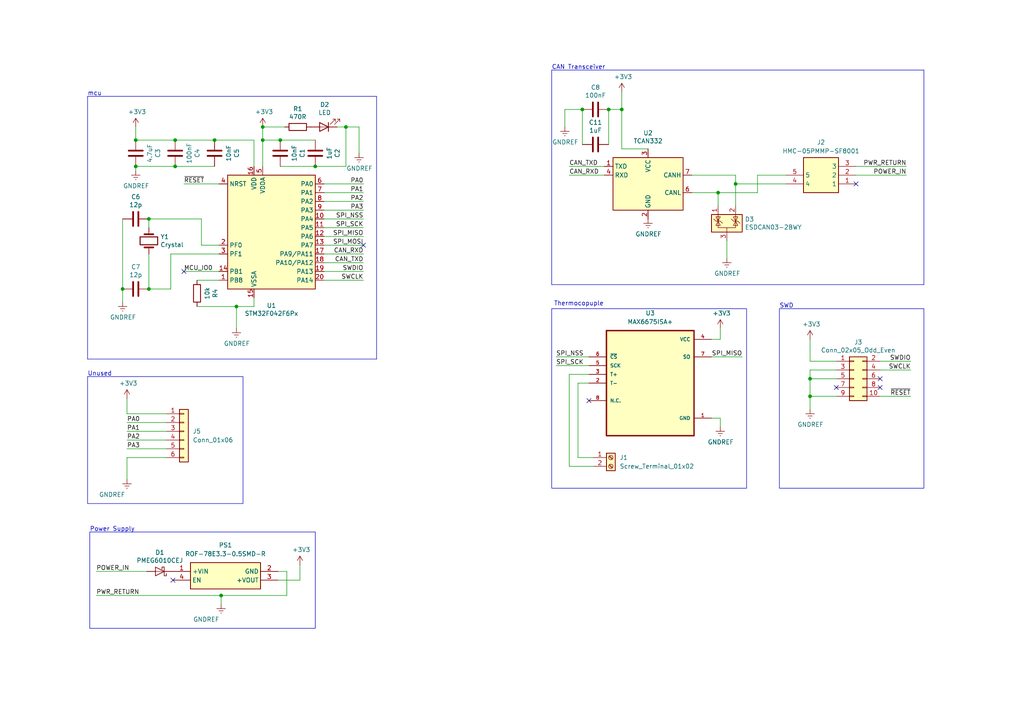
<source format=kicad_sch>
(kicad_sch (version 20230121) (generator eeschema)
  (paper "A4")
  (title_block (title "CAN Termocouple") (date "2023-07-01") (rev "-") (company "John Arild Lolland"))
  (lib_symbols
    (symbol "Connector:Screw_Terminal_01x02" (pin_names (offset 1.016) hide)
      (property "Reference" "J" (at 0 2.54 0))
      (property "Value" "Screw_Terminal_01x02" (at 0 -5.08 0))
      (symbol "Screw_Terminal_01x02_1_1"
        (rectangle (start -1.27 1.27) (end 1.27 -3.81) (stroke (width 0.254)) (fill (type background)))
        (circle (center 0 -2.54) (radius 0.635) (stroke (width 0.1524)))
        (polyline (pts (xy -0.5334 -2.2098) (xy 0.3302 -3.048)) (stroke (width 0.1524)))
        (polyline (pts (xy -0.5334 0.3302) (xy 0.3302 -0.508)) (stroke (width 0.1524)))
        (polyline (pts (xy -0.3556 -2.032) (xy 0.508 -2.8702)) (stroke (width 0.1524)))
        (polyline (pts (xy -0.3556 0.508) (xy 0.508 -0.3302)) (stroke (width 0.1524)))
        (circle (center 0 0) (radius 0.635) (stroke (width 0.1524)))
        (pin passive line (at -5.08 0 0) (length 3.81) (name "Pin_1") (number "1"))
        (pin passive line (at -5.08 -2.54 0) (length 3.81) (name "Pin_2") (number "2"))
      )
    )
    (symbol "Connector_Generic:Conn_01x06" (pin_names (offset 1.016) hide)
      (property "Reference" "J" (at 0 7.62 0))
      (property "Value" "Conn_01x06" (at 0 -10.16 0))
      (symbol "Conn_01x06_1_1"
        (rectangle (start -1.27 -7.493) (end 0 -7.747) (stroke (width 0.1524)))
        (rectangle (start -1.27 -4.953) (end 0 -5.207) (stroke (width 0.1524)))
        (rectangle (start -1.27 -2.413) (end 0 -2.667) (stroke (width 0.1524)))
        (rectangle (start -1.27 0.127) (end 0 -0.127) (stroke (width 0.1524)))
        (rectangle (start -1.27 2.667) (end 0 2.413) (stroke (width 0.1524)))
        (rectangle (start -1.27 5.207) (end 0 4.953) (stroke (width 0.1524)))
        (rectangle (start -1.27 6.35) (end 1.27 -8.89) (stroke (width 0.254)) (fill (type background)))
        (pin passive line (at -5.08 5.08 0) (length 3.81) (name "Pin_1") (number "1"))
        (pin passive line (at -5.08 2.54 0) (length 3.81) (name "Pin_2") (number "2"))
        (pin passive line (at -5.08 0 0) (length 3.81) (name "Pin_3") (number "3"))
        (pin passive line (at -5.08 -2.54 0) (length 3.81) (name "Pin_4") (number "4"))
        (pin passive line (at -5.08 -5.08 0) (length 3.81) (name "Pin_5") (number "5"))
        (pin passive line (at -5.08 -7.62 0) (length 3.81) (name "Pin_6") (number "6"))
      )
    )
    (symbol "Connector_Generic:Conn_02x05_Odd_Even" (pin_names (offset 1.016) hide)
      (property "Reference" "J" (at 1.27 7.62 0))
      (property "Value" "Conn_02x05_Odd_Even" (at 1.27 -7.62 0))
      (symbol "Conn_02x05_Odd_Even_1_1"
        (rectangle (start -1.27 -4.953) (end 0 -5.207) (stroke (width 0.1524)))
        (rectangle (start -1.27 -2.413) (end 0 -2.667) (stroke (width 0.1524)))
        (rectangle (start -1.27 0.127) (end 0 -0.127) (stroke (width 0.1524)))
        (rectangle (start -1.27 2.667) (end 0 2.413) (stroke (width 0.1524)))
        (rectangle (start -1.27 5.207) (end 0 4.953) (stroke (width 0.1524)))
        (rectangle (start -1.27 6.35) (end 3.81 -6.35) (stroke (width 0.254)) (fill (type background)))
        (rectangle (start 3.81 -4.953) (end 2.54 -5.207) (stroke (width 0.1524)))
        (rectangle (start 3.81 -2.413) (end 2.54 -2.667) (stroke (width 0.1524)))
        (rectangle (start 3.81 0.127) (end 2.54 -0.127) (stroke (width 0.1524)))
        (rectangle (start 3.81 2.667) (end 2.54 2.413) (stroke (width 0.1524)))
        (rectangle (start 3.81 5.207) (end 2.54 4.953) (stroke (width 0.1524)))
        (pin passive line (at -5.08 5.08 0) (length 3.81) (name "Pin_1") (number "1"))
        (pin passive line (at 7.62 -5.08 180) (length 3.81) (name "Pin_10") (number "10"))
        (pin passive line (at 7.62 5.08 180) (length 3.81) (name "Pin_2") (number "2"))
        (pin passive line (at -5.08 2.54 0) (length 3.81) (name "Pin_3") (number "3"))
        (pin passive line (at 7.62 2.54 180) (length 3.81) (name "Pin_4") (number "4"))
        (pin passive line (at -5.08 0 0) (length 3.81) (name "Pin_5") (number "5"))
        (pin passive line (at 7.62 0 180) (length 3.81) (name "Pin_6") (number "6"))
        (pin passive line (at -5.08 -2.54 0) (length 3.81) (name "Pin_7") (number "7"))
        (pin passive line (at 7.62 -2.54 180) (length 3.81) (name "Pin_8") (number "8"))
        (pin passive line (at -5.08 -5.08 0) (length 3.81) (name "Pin_9") (number "9"))
      )
    )
    (symbol "Device:C" (pin_numbers hide) (pin_names (offset 0.254))
      (property "Reference" "C" (at 0.635 2.54 0))
      (property "Value" "C" (at 0.635 -2.54 0))
      (symbol "C_0_1"
        (polyline (pts (xy -2.032 -0.762) (xy 2.032 -0.762)) (stroke (width 0.508)))
        (polyline (pts (xy -2.032 0.762) (xy 2.032 0.762)) (stroke (width 0.508)))
      )
      (symbol "C_1_1"
        (pin passive line (at 0 3.81 270) (length 2.794) (name "~") (number "1"))
        (pin passive line (at 0 -3.81 90) (length 2.794) (name "~") (number "2"))
      )
    )
    (symbol "Device:Crystal" (pin_numbers hide) (pin_names (offset 1.016) hide)
      (property "Reference" "Y" (at 0 3.81 0))
      (property "Value" "Crystal" (at 0 -3.81 0))
      (symbol "Crystal_0_1"
        (rectangle (start -1.143 2.54) (end 1.143 -2.54) (stroke (width 0.3048)))
        (polyline (pts (xy -2.54 0) (xy -1.905 0)))
        (polyline (pts (xy -1.905 -1.27) (xy -1.905 1.27)) (stroke (width 0.508)))
        (polyline (pts (xy 1.905 -1.27) (xy 1.905 1.27)) (stroke (width 0.508)))
        (polyline (pts (xy 2.54 0) (xy 1.905 0)))
      )
      (symbol "Crystal_1_1"
        (pin passive line (at -3.81 0 0) (length 1.27) (name "1") (number "1"))
        (pin passive line (at 3.81 0 180) (length 1.27) (name "2") (number "2"))
      )
    )
    (symbol "Device:LED" (pin_numbers hide) (pin_names (offset 1.016) hide)
      (property "Reference" "D" (at 0 2.54 0))
      (property "Value" "LED" (at 0 -2.54 0))
      (symbol "LED_0_1"
        (polyline (pts (xy -1.27 -1.27) (xy -1.27 1.27)) (stroke (width 0.254)))
        (polyline (pts (xy -1.27 0) (xy 1.27 0)))
        (polyline (pts (xy 1.27 -1.27) (xy 1.27 1.27) (xy -1.27 0) (xy 1.27 -1.27)) (stroke (width 0.254)))
        (polyline (pts (xy -3.048 -0.762) (xy -4.572 -2.286) (xy -3.81 -2.286) (xy -4.572 -2.286) (xy -4.572 -1.524)))
        (polyline (pts (xy -1.778 -0.762) (xy -3.302 -2.286) (xy -2.54 -2.286) (xy -3.302 -2.286) (xy -3.302 -1.524)))
      )
      (symbol "LED_1_1"
        (pin passive line (at -3.81 0 0) (length 2.54) (name "K") (number "1"))
        (pin passive line (at 3.81 0 180) (length 2.54) (name "A") (number "2"))
      )
    )
    (symbol "Device:R" (pin_numbers hide) (pin_names (offset 0))
      (property "Reference" "R" (at 2.032 0 90))
      (property "Value" "R" (at 0 0 90))
      (symbol "R_0_1"
        (rectangle (start -1.016 -2.54) (end 1.016 2.54) (stroke (width 0.254)))
      )
      (symbol "R_1_1"
        (pin passive line (at 0 3.81 270) (length 1.27) (name "~") (number "1"))
        (pin passive line (at 0 -3.81 90) (length 1.27) (name "~") (number "2"))
      )
    )
    (symbol "Diode:PMEG6010CEJ" (pin_numbers hide) (pin_names hide)
      (property "Reference" "D" (at 0 2.54 0))
      (property "Value" "PMEG6010CEJ" (at 0 -2.54 0))
      (symbol "PMEG6010CEJ_0_1"
        (polyline (pts (xy 1.27 0) (xy -1.27 0)))
        (polyline (pts (xy 1.27 1.27) (xy 1.27 -1.27) (xy -1.27 0) (xy 1.27 1.27)) (stroke (width 0.2032)))
        (polyline (pts (xy -1.905 0.635) (xy -1.905 1.27) (xy -1.27 1.27) (xy -1.27 -1.27) (xy -0.635 -1.27) (xy -0.635 -0.635)) (stroke (width 0.2032)))
      )
      (symbol "PMEG6010CEJ_1_1"
        (pin passive line (at -3.81 0 0) (length 2.54) (name "K") (number "1"))
        (pin passive line (at 3.81 0 180) (length 2.54) (name "A") (number "2"))
      )
    )
    (symbol "HMC-05PMMP-SF8001:HMC-05PMMP-SF8001"
      (property "Reference" "J" (at 16.51 7.62 0))
      (property "Value" "HMC-05PMMP-SF8001" (at 16.51 5.08 0))
      (symbol "HMC-05PMMP-SF8001_1_1"
        (rectangle (start 5.08 2.54) (end 15.24 -7.62) (stroke (width 0.254)) (fill (type background)))
        (pin passive line (at 0 0 0) (length 5.08) (name "1") (number "1"))
        (pin passive line (at 0 -2.54 0) (length 5.08) (name "2") (number "2"))
        (pin passive line (at 0 -5.08 0) (length 5.08) (name "3") (number "3"))
        (pin passive line (at 20.32 0 180) (length 5.08) (name "4") (number "4"))
        (pin passive line (at 20.32 -2.54 180) (length 5.08) (name "5") (number "5"))
      )
    )
    (symbol "Interface_CAN_LIN:TCAN332"
      (property "Reference" "U" (at -10.16 8.89 0))
      (property "Value" "TCAN332" (at 2.54 8.89 0))
      (symbol "TCAN332_0_1"
        (rectangle (start -10.16 7.62) (end 10.16 -7.62) (stroke (width 0.254)) (fill (type background)))
      )
      (symbol "TCAN332_1_1"
        (pin input line (at -12.7 5.08 0) (length 2.54) (name "TXD") (number "1"))
        (pin power_in line (at 0 -10.16 90) (length 2.54) (name "GND") (number "2"))
        (pin power_in line (at 0 10.16 270) (length 2.54) (name "VCC") (number "3"))
        (pin tri_state line (at -12.7 2.54 0) (length 2.54) (name "RXD") (number "4"))
        (pin no_connect line (at -10.16 -2.54 0) (length 2.54) hide (name "NC") (number "5"))
        (pin bidirectional line (at 12.7 -2.54 180) (length 2.54) (name "CANL") (number "6"))
        (pin bidirectional line (at 12.7 2.54 180) (length 2.54) (name "CANH") (number "7"))
        (pin no_connect line (at -10.16 -5.08 0) (length 2.54) hide (name "NC") (number "8"))
      )
    )
    (symbol "MAX6675ISA_:MAX6675ISA+" (pin_names (offset 1.016))
      (property "Reference" "U" (at -12.7 16.24 0))
      (property "Value" "MAX6675ISA+" (at -12.7 -19.24 0))
      (symbol "MAX6675ISA+_0_0"
        (rectangle (start -12.7 -15.24) (end 12.7 15.24) (stroke (width 0.41)) (fill (type background)))
        (pin power_in line (at 17.78 -10.16 180) (length 5.08) (name "GND") (number "1"))
        (pin input line (at -17.78 0 0) (length 5.08) (name "T-") (number "2"))
        (pin input line (at -17.78 2.54 0) (length 5.08) (name "T+") (number "3"))
        (pin power_in line (at 17.78 12.7 180) (length 5.08) (name "VCC") (number "4"))
        (pin input line (at -17.78 5.08 0) (length 5.08) (name "SCK") (number "5"))
        (pin input line (at -17.78 7.62 0) (length 5.08) (name "~{CS}") (number "6"))
        (pin output line (at 17.78 7.62 180) (length 5.08) (name "SO") (number "7"))
        (pin bidirectional line (at -17.78 -5.08 0) (length 5.08) (name "N.C.") (number "8"))
      )
    )
    (symbol "Power_Protection:NUP2105L" (pin_names hide)
      (property "Reference" "D" (at 5.715 2.54 0))
      (property "Value" "NUP2105L" (at 5.715 0.635 0))
      (symbol "NUP2105L_0_0"
        (pin passive line (at 0 -5.08 90) (length 2.54) (name "A") (number "3"))
      )
      (symbol "NUP2105L_0_1"
        (rectangle (start -4.445 2.54) (end 4.445 -2.54) (stroke (width 0.254)) (fill (type background)))
        (polyline (pts (xy -2.54 2.54) (xy -2.54 0.635)))
        (polyline (pts (xy 0 -1.27) (xy 0 -2.54)))
        (polyline (pts (xy 2.54 2.54) (xy 2.54 0.635)))
        (polyline (pts (xy -3.81 1.27) (xy -3.175 0.635) (xy -1.905 0.635) (xy -1.27 0)))
        (polyline (pts (xy -2.54 0.635) (xy -2.54 -1.27) (xy 2.54 -1.27) (xy 2.54 0.635)))
        (polyline (pts (xy -2.54 0.635) (xy -1.905 -0.635) (xy -3.175 -0.635) (xy -2.54 0.635)))
        (polyline (pts (xy 2.54 0.635) (xy 1.905 -0.635) (xy 3.175 -0.635) (xy 2.54 0.635)))
        (polyline (pts (xy 2.54 0.635) (xy 3.175 1.905) (xy 1.905 1.905) (xy 2.54 0.635)))
        (polyline (pts (xy -2.54 0.635) (xy -3.175 1.905) (xy -1.905 1.905) (xy -2.54 0.635) (xy -2.54 1.27)))
        (polyline (pts (xy 1.27 1.27) (xy 1.905 0.635) (xy 2.54 0.635) (xy 3.175 0.635) (xy 3.81 0)))
      )
      (symbol "NUP2105L_1_1"
        (pin passive line (at -2.54 5.08 270) (length 2.54) (name "K") (number "1"))
        (pin passive line (at 2.54 5.08 270) (length 2.54) (name "K") (number "2"))
      )
    )
    (symbol "ROF-78E3_3-0_5SMD-R:ROF-78E3.3-0.5SMD-R"
      (property "Reference" "PS1" (at 15.24 7.62 0))
      (property "Value" "ROF-78E3.3-0.5SMD-R" (at 15.24 5.08 0))
      (symbol "ROF-78E3.3-0.5SMD-R_1_1"
        (rectangle (start 5.08 2.54) (end 25.4 -5.08) (stroke (width 0.254)) (fill (type background)))
        (pin passive line (at 0 0 0) (length 5.08) (name "+VIN") (number "1"))
        (pin passive line (at 30.48 0 180) (length 5.08) (name "GND") (number "2"))
        (pin power_out line (at 30.48 -2.54 180) (length 5.08) (name "+VOUT") (number "3"))
        (pin passive line (at 0 -2.54 0) (length 5.08) (name "EN") (number "4"))
      )
    )
    (symbol "STM32CAN-rescue:+3.3V-power" (power) (pin_names (offset 0))
      (property "Value" "+3.3V-power" (at 0 3.556 0))
      (symbol "+3.3V-power_0_1"
        (polyline (pts (xy -0.762 1.27) (xy 0 2.54)))
        (polyline (pts (xy 0 0) (xy 0 2.54)))
        (polyline (pts (xy 0 2.54) (xy 0.762 1.27)))
      )
      (symbol "+3.3V-power_1_1"
        (pin power_in line (at 0 0 90) (length 0) hide (name "+3V3") (number "1"))
      )
    )
    (symbol "STM32CAN-rescue:STM32F042F6Px-MCU_ST_STM32F0"
      (property "Reference" "U" (at -12.7 16.51 0))
      (property "Value" "MCU_ST_STM32F0_STM32F042F6Px" (at 0 16.51 0))
      (symbol "STM32F042F6Px-MCU_ST_STM32F0_0_1"
        (rectangle (start -12.7 -17.78) (end 12.7 15.24) (stroke (width 0.254)) (fill (type background)))
      )
      (symbol "STM32F042F6Px-MCU_ST_STM32F0_1_1"
        (pin bidirectional line (at -15.24 -15.24 0) (length 2.54) (name "PB8") (number "1"))
        (pin bidirectional line (at 15.24 2.54 180) (length 2.54) (name "PA4") (number "10"))
        (pin bidirectional line (at 15.24 0 180) (length 2.54) (name "PA5") (number "11"))
        (pin bidirectional line (at 15.24 -2.54 180) (length 2.54) (name "PA6") (number "12"))
        (pin bidirectional line (at 15.24 -5.08 180) (length 2.54) (name "PA7") (number "13"))
        (pin bidirectional line (at -15.24 -12.7 0) (length 2.54) (name "PB1") (number "14"))
        (pin power_in line (at -5.08 -20.32 90) (length 2.54) (name "VSSA") (number "15"))
        (pin power_in line (at -5.08 17.78 270) (length 2.54) (name "VDD") (number "16"))
        (pin bidirectional line (at 15.24 -7.62 180) (length 2.54) (name "PA9/PA11") (number "17"))
        (pin bidirectional line (at 15.24 -10.16 180) (length 2.54) (name "PA10/PA12") (number "18"))
        (pin bidirectional line (at 15.24 -12.7 180) (length 2.54) (name "PA13") (number "19"))
        (pin input line (at -15.24 -5.08 0) (length 2.54) (name "PF0") (number "2"))
        (pin bidirectional line (at 15.24 -15.24 180) (length 2.54) (name "PA14") (number "20"))
        (pin input line (at -15.24 -7.62 0) (length 2.54) (name "PF1") (number "3"))
        (pin input line (at -15.24 12.7 0) (length 2.54) (name "NRST") (number "4"))
        (pin power_in line (at -2.54 17.78 270) (length 2.54) (name "VDDA") (number "5"))
        (pin bidirectional line (at 15.24 12.7 180) (length 2.54) (name "PA0") (number "6"))
        (pin bidirectional line (at 15.24 10.16 180) (length 2.54) (name "PA1") (number "7"))
        (pin bidirectional line (at 15.24 7.62 180) (length 2.54) (name "PA2") (number "8"))
        (pin bidirectional line (at 15.24 5.08 180) (length 2.54) (name "PA3") (number "9"))
      )
    )
    (symbol "power:GNDREF" (power) (pin_names (offset 0))
      (property "Value" "GNDREF" (at 0 -3.81 0))
      (symbol "GNDREF_0_1"
        (polyline (pts (xy -0.635 -1.905) (xy 0.635 -1.905)))
        (polyline (pts (xy -0.127 -2.54) (xy 0.127 -2.54)))
        (polyline (pts (xy 0 -1.27) (xy 0 0)))
        (polyline (pts (xy 1.27 -1.27) (xy -1.27 -1.27)))
      )
      (symbol "GNDREF_1_1"
        (pin power_in line (at 0 0 270) (length 0) hide (name "GNDREF") (number "1"))
      )
    )
  )
  (junction (at 43.18 83.82))
  (junction (at 81.28 40.64))
  (junction (at 35.56 83.82))
  (junction (at 100.33 36.83))
  (junction (at 234.95 109.855))
  (junction (at 76.2 36.83))
  (junction (at 50.8 48.26))
  (junction (at 39.37 48.26))
  (junction (at 39.37 40.64))
  (junction (at 43.18 63.5))
  (junction (at 234.95 114.935))
  (junction (at 50.8 40.64))
  (junction (at 168.91 31.75))
  (junction (at 208.28 55.88))
  (junction (at 213.36 53.34))
  (junction (at 76.2 40.64))
  (junction (at 68.58 88.9))
  (junction (at 180.34 31.75))
  (junction (at 64.135 172.72))
  (junction (at 62.23 40.64))
  (junction (at 176.53 31.75))
  (junction (at 91.44 48.26))
  (no_connect (at 50.165 168.275))
  (no_connect (at 242.57 112.395))
  (no_connect (at 170.815 116.205))
  (no_connect (at 255.27 112.395))
  (no_connect (at 53.34 78.74))
  (no_connect (at 248.285 53.34))
  (no_connect (at 255.27 109.855))
  (no_connect (at 105.41 71.12))
  (wire (pts (xy 93.98 81.28) (xy 105.41 81.28)))
  (wire (pts (xy 76.2 36.83) (xy 82.55 36.83)))
  (wire (pts (xy 234.95 109.855) (xy 242.57 109.855)))
  (wire (pts (xy 105.41 76.2) (xy 93.98 76.2)))
  (wire (pts (xy 234.95 118.745) (xy 234.95 114.935)))
  (wire (pts (xy 105.41 68.58) (xy 93.98 68.58)))
  (wire (pts (xy 36.83 115.57) (xy 36.83 120.015)))
  (wire (pts (xy 63.5 53.34) (xy 53.34 53.34)))
  (wire (pts (xy 172.085 132.715) (xy 167.64 132.715)))
  (wire (pts (xy 91.44 48.26) (xy 100.33 48.26)))
  (wire (pts (xy 105.41 58.42) (xy 93.98 58.42)))
  (wire (pts (xy 180.34 31.75) (xy 180.34 43.18)))
  (wire (pts (xy 255.27 104.775) (xy 264.16 104.775)))
  (wire (pts (xy 200.66 55.88) (xy 208.28 55.88)))
  (wire (pts (xy 39.37 48.26) (xy 50.8 48.26)))
  (wire (pts (xy 39.37 48.26) (xy 39.37 49.53)))
  (wire (pts (xy 234.95 104.775) (xy 242.57 104.775)))
  (polyline (pts (xy 109.22 27.94) (xy 109.22 104.14)))
  (wire (pts (xy 27.94 165.735) (xy 42.545 165.735)))
  (wire (pts (xy 43.18 66.04) (xy 43.18 63.5)))
  (wire (pts (xy 76.2 36.83) (xy 76.2 40.64)))
  (wire (pts (xy 58.42 63.5) (xy 43.18 63.5)))
  (wire (pts (xy 180.34 43.18) (xy 187.96 43.18)))
  (wire (pts (xy 168.91 31.75) (xy 163.83 31.75)))
  (wire (pts (xy 36.83 122.555) (xy 48.26 122.555)))
  (wire (pts (xy 161.29 106.045) (xy 170.815 106.045)))
  (wire (pts (xy 76.2 40.64) (xy 81.28 40.64)))
  (wire (pts (xy 36.83 127.635) (xy 48.26 127.635)))
  (wire (pts (xy 163.83 36.83) (xy 163.83 31.75)))
  (wire (pts (xy 255.27 107.315) (xy 264.16 107.315)))
  (wire (pts (xy 36.83 120.015) (xy 48.26 120.015)))
  (wire (pts (xy 43.18 73.66) (xy 43.18 83.82)))
  (wire (pts (xy 208.915 121.285) (xy 208.915 123.825)))
  (wire (pts (xy 83.185 165.735) (xy 83.185 172.72)))
  (wire (pts (xy 206.375 103.505) (xy 215.265 103.505)))
  (wire (pts (xy 27.94 172.72) (xy 64.135 172.72)))
  (wire (pts (xy 35.56 83.82) (xy 35.56 87.63)))
  (wire (pts (xy 167.64 111.125) (xy 170.815 111.125)))
  (wire (pts (xy 105.41 66.04) (xy 93.98 66.04)))
  (wire (pts (xy 64.135 172.72) (xy 83.185 172.72)))
  (polyline (pts (xy 109.22 104.14) (xy 25.4 104.14)))
  (wire (pts (xy 58.42 71.12) (xy 58.42 63.5)))
  (wire (pts (xy 208.28 59.69) (xy 208.28 55.88)))
  (wire (pts (xy 57.15 88.9) (xy 68.58 88.9)))
  (wire (pts (xy 80.645 165.735) (xy 83.185 165.735)))
  (wire (pts (xy 64.135 172.72) (xy 64.135 175.26)))
  (polyline (pts (xy 25.4 27.94) (xy 109.22 27.94)))
  (wire (pts (xy 227.965 50.8) (xy 219.71 50.8)))
  (wire (pts (xy 161.29 103.505) (xy 170.815 103.505)))
  (wire (pts (xy 49.53 73.66) (xy 63.5 73.66)))
  (wire (pts (xy 168.91 41.91) (xy 168.91 31.75)))
  (polyline (pts (xy 160.02 82.55) (xy 160.02 20.32)))
  (wire (pts (xy 208.915 98.425) (xy 208.915 95.25)))
  (wire (pts (xy 234.95 109.855) (xy 234.95 114.935)))
  (wire (pts (xy 43.18 83.82) (xy 49.53 83.82)))
  (wire (pts (xy 200.66 50.8) (xy 213.36 50.8)))
  (wire (pts (xy 80.645 168.275) (xy 86.995 168.275)))
  (wire (pts (xy 35.56 63.5) (xy 35.56 83.82)))
  (wire (pts (xy 105.41 60.96) (xy 93.98 60.96)))
  (wire (pts (xy 176.53 41.91) (xy 176.53 31.75)))
  (wire (pts (xy 219.71 50.8) (xy 219.71 55.88)))
  (wire (pts (xy 105.41 73.66) (xy 93.98 73.66)))
  (wire (pts (xy 63.5 71.12) (xy 58.42 71.12)))
  (polyline (pts (xy 267.97 82.55) (xy 160.02 82.55)))
  (wire (pts (xy 105.41 53.34) (xy 93.98 53.34)))
  (wire (pts (xy 255.27 114.935) (xy 264.16 114.935)))
  (wire (pts (xy 53.34 78.74) (xy 63.5 78.74)))
  (wire (pts (xy 180.34 26.67) (xy 180.34 31.75)))
  (wire (pts (xy 234.95 98.425) (xy 234.95 104.775)))
  (wire (pts (xy 36.83 132.715) (xy 48.26 132.715)))
  (wire (pts (xy 248.285 50.8) (xy 262.89 50.8)))
  (wire (pts (xy 242.57 107.315) (xy 234.95 107.315)))
  (wire (pts (xy 36.83 125.095) (xy 48.26 125.095)))
  (wire (pts (xy 213.36 59.69) (xy 213.36 53.34)))
  (wire (pts (xy 86.995 168.275) (xy 86.995 163.83)))
  (wire (pts (xy 234.95 107.315) (xy 234.95 109.855)))
  (wire (pts (xy 73.66 40.64) (xy 73.66 48.26)))
  (wire (pts (xy 176.53 31.75) (xy 180.34 31.75)))
  (wire (pts (xy 50.8 40.64) (xy 39.37 40.64)))
  (wire (pts (xy 50.8 48.26) (xy 62.23 48.26)))
  (wire (pts (xy 100.33 48.26) (xy 100.33 36.83)))
  (wire (pts (xy 97.79 36.83) (xy 100.33 36.83)))
  (wire (pts (xy 57.15 81.28) (xy 63.5 81.28)))
  (wire (pts (xy 104.14 36.83) (xy 104.14 44.45)))
  (wire (pts (xy 234.95 114.935) (xy 242.57 114.935)))
  (wire (pts (xy 165.1 48.26) (xy 175.26 48.26)))
  (wire (pts (xy 165.1 108.585) (xy 170.815 108.585)))
  (wire (pts (xy 76.2 48.26) (xy 76.2 40.64)))
  (wire (pts (xy 68.58 88.9) (xy 73.66 88.9)))
  (wire (pts (xy 165.1 135.255) (xy 165.1 108.585)))
  (wire (pts (xy 36.83 132.715) (xy 36.83 139.065)))
  (wire (pts (xy 93.98 63.5) (xy 105.41 63.5)))
  (wire (pts (xy 206.375 98.425) (xy 208.915 98.425)))
  (wire (pts (xy 167.64 132.715) (xy 167.64 111.125)))
  (wire (pts (xy 248.285 48.26) (xy 262.89 48.26)))
  (wire (pts (xy 213.36 53.34) (xy 213.36 50.8)))
  (wire (pts (xy 172.085 135.255) (xy 165.1 135.255)))
  (wire (pts (xy 73.66 88.9) (xy 73.66 86.36)))
  (wire (pts (xy 81.28 48.26) (xy 91.44 48.26)))
  (wire (pts (xy 105.41 71.12) (xy 93.98 71.12)))
  (wire (pts (xy 68.58 95.25) (xy 68.58 88.9)))
  (wire (pts (xy 93.98 78.74) (xy 105.41 78.74)))
  (wire (pts (xy 62.23 40.64) (xy 73.66 40.64)))
  (wire (pts (xy 165.1 50.8) (xy 175.26 50.8)))
  (wire (pts (xy 62.23 40.64) (xy 50.8 40.64)))
  (polyline (pts (xy 25.4 104.14) (xy 25.4 27.94)))
  (wire (pts (xy 213.36 53.34) (xy 227.965 53.34)))
  (wire (pts (xy 219.71 55.88) (xy 208.28 55.88)))
  (wire (pts (xy 36.83 130.175) (xy 48.26 130.175)))
  (wire (pts (xy 210.82 69.85) (xy 210.82 74.93)))
  (wire (pts (xy 105.41 55.88) (xy 93.98 55.88)))
  (wire (pts (xy 49.53 73.66) (xy 49.53 83.82)))
  (wire (pts (xy 39.37 40.64) (xy 39.37 36.83)))
  (polyline (pts (xy 160.02 20.32) (xy 267.97 20.32)))
  (polyline (pts (xy 267.97 20.32) (xy 267.97 82.55)))
  (wire (pts (xy 206.375 121.285) (xy 208.915 121.285)))
  (wire (pts (xy 81.28 40.64) (xy 91.44 40.64)))
  (wire (pts (xy 100.33 36.83) (xy 104.14 36.83)))
  (rectangle (start 226.06 89.535) (end 267.97 141.605))
  (rectangle (start 160.02 89.535) (end 216.535 141.605))
  (rectangle (start 25.4 109.22) (end 70.485 146.05))
  (rectangle (start 26.035 154.305) (end 91.44 182.245))
  (text "mcu" (at 25.4 27.94 0) (effects (font (size 1.27 1.27)) (justify left bottom)))
  (text "Unused" (at 25.4 109.22 0) (effects (font (size 1.27 1.27)) (justify left bottom)))
  (text "CAN Transceiver" (at 160.02 20.32 0) (effects (font (size 1.27 1.27)) (justify left bottom)))
  (text "SWD" (at 226.06 89.535 0) (effects (font (size 1.27 1.27)) (justify left bottom)))
  (text "Power Supply" (at 26.035 154.305 0) (effects (font (size 1.27 1.27)) (justify left bottom)))
  (text "Thermocopuple" (at 160.655 88.9 0) (effects (font (size 1.27 1.27)) (justify left bottom)))
  (label "PA2" (at 36.83 127.635 0))
  (label "POWER_IN" (at 27.94 165.735 0))
  (label "SWDIO" (at 105.41 78.74 180))
  (label "PA1" (at 105.41 55.88 180))
  (label "PA0" (at 105.41 53.34 180))
  (label "SPI_MISO" (at 105.41 68.58 180))
  (label "PA3" (at 105.41 60.96 180))
  (label "SPI_MISO" (at 215.265 103.505 180))
  (label "SPI_SCK" (at 161.29 106.045 0))
  (label "~{RESET}" (at 264.16 114.935 180))
  (label "PA3" (at 36.83 130.175 0))
  (label "SPI_NSS" (at 105.41 63.5 180))
  (label "MCU_IO0" (at 53.34 78.74 0))
  (label "SPI_MOSI" (at 105.41 71.12 180))
  (label "PA0" (at 36.83 122.555 0))
  (label "CAN_RXD" (at 105.41 73.66 180))
  (label "CAN_TXD" (at 105.41 76.2 180))
  (label "POWER_IN" (at 262.89 50.8 180))
  (label "PWR_RETURN" (at 27.94 172.72 0))
  (label "CAN_TXD" (at 165.1 48.26 0))
  (label "SPI_SCK" (at 105.41 66.04 180))
  (label "SWCLK" (at 264.16 107.315 180))
  (label "~{RESET}" (at 53.34 53.34 0))
  (label "PA1" (at 36.83 125.095 0))
  (label "PA2" (at 105.41 58.42 180))
  (label "SWCLK" (at 105.41 81.28 180))
  (label "PWR_RETURN" (at 262.89 48.26 180))
  (label "CAN_RXD" (at 165.1 50.8 0))
  (label "SPI_NSS" (at 161.29 103.505 0))
  (label "SWDIO" (at 264.16 104.775 180))
  (symbol (lib_id "Device:C") (at 39.37 63.5 270) (unit 1)
    (property "Reference" "C6" (at 39.37 57.0992 90))
    (property "Value" "12p" (at 39.37 59.4106 90))
    (property "Footprint" "Capacitor_SMD:C_0603_1608Metric" (effects hide))
  )
  (symbol (lib_id "Device:C") (at 39.37 83.82 270) (unit 1)
    (property "Reference" "C7" (at 39.37 77.4192 90))
    (property "Value" "12p" (at 39.37 79.7306 90))
    (property "Footprint" "Capacitor_SMD:C_0603_1608Metric" (effects hide))
  )
  (symbol (lib_id "power:GNDREF") (at 35.56 87.63 0) (unit 1)
    (property "Reference" "#PWR0101" (effects hide))
    (property "Value" "GNDREF" (at 35.687 92.0242 0))
  )
  (symbol (lib_id "power:GNDREF") (at 187.96 63.5 0) (unit 1)
    (property "Reference" "#PWR0102" (effects hide))
    (property "Value" "GNDREF" (at 188.087 67.8942 0))
  )
  (symbol (lib_id "Connector_Generic:Conn_02x05_Odd_Even") (at 247.65 109.855 0) (unit 1)
    (property "Reference" "J3" (at 248.92 99.2632 0))
    (property "Value" "Conn_02x05_Odd_Even" (at 248.92 101.5746 0))
    (property "Footprint" "Connector_PinHeader_1.27mm:PinHeader_2x05_P1.27mm_Vertical_SMD" (effects hide))
  )
  (symbol (lib_id "STM32CAN-rescue:+3.3V-power") (at 180.34 26.67 0) (unit 1)
    (property "Reference" "#PWR0119" (effects hide))
    (property "Value" "+3.3V" (at 180.721 22.2758 0))
  )
  (symbol (lib_id "Device:C") (at 172.72 41.91 270) (unit 1)
    (property "Reference" "C11" (at 172.72 35.5092 90))
    (property "Value" "1uF" (at 172.72 37.8206 90))
    (property "Footprint" "Capacitor_SMD:C_0603_1608Metric" (effects hide))
  )
  (symbol (lib_id "STM32CAN-rescue:STM32F042F6Px-MCU_ST_STM32F0") (at 78.74 66.04 0) (unit 1)
    (property "Reference" "U1" (at 78.74 88.6206 0))
    (property "Value" "STM32F042F6Px" (at 78.74 90.932 0))
    (property "Footprint" "Package_SO:TSSOP-20_4.4x6.5mm_P0.65mm" (effects hide))
    (property "Datasheet" "http://www.st.com/st-web-ui/static/active/en/resource/technical/document/datasheet/DM00105814.pdf" (effects hide))
  )
  (symbol (lib_id "STM32CAN-rescue:+3.3V-power") (at 234.95 98.425 0) (unit 1)
    (property "Reference" "#PWR0117" (effects hide))
    (property "Value" "+3.3V" (at 235.331 94.0308 0))
  )
  (symbol (lib_id "power:GNDREF") (at 234.95 118.745 0) (unit 1)
    (property "Reference" "#PWR0116" (effects hide))
    (property "Value" "GNDREF" (at 235.077 123.1392 0))
  )
  (symbol (lib_id "power:GNDREF") (at 68.58 95.25 0) (unit 1)
    (property "Reference" "#PWR0110" (effects hide))
    (property "Value" "GNDREF" (at 68.707 99.6442 0))
  )
  (symbol (lib_id "power:GNDREF") (at 39.37 49.53 0) (unit 1)
    (property "Reference" "#PWR0103" (effects hide))
    (property "Value" "GNDREF" (at 39.497 53.9242 0))
  )
  (symbol (lib_id "Device:C") (at 62.23 44.45 180) (unit 1)
    (property "Reference" "C5" (at 68.6308 44.45 90))
    (property "Value" "10nF" (at 66.3194 44.45 90))
    (property "Footprint" "Capacitor_SMD:C_0603_1608Metric" (effects hide))
  )
  (symbol (lib_id "Device:C") (at 50.8 44.45 180) (unit 1)
    (property "Reference" "C4" (at 57.2008 44.45 90))
    (property "Value" "100nF" (at 54.8894 44.45 90))
    (property "Footprint" "Capacitor_SMD:C_0603_1608Metric" (effects hide))
  )
  (symbol (lib_id "Device:C") (at 39.37 44.45 180) (unit 1)
    (property "Reference" "C3" (at 45.7708 44.45 90))
    (property "Value" "4.7uF" (at 43.4594 44.45 90))
    (property "Footprint" "Capacitor_SMD:C_0603_1608Metric" (effects hide))
  )
  (symbol (lib_id "STM32CAN-rescue:+3.3V-power") (at 39.37 36.83 0) (unit 1)
    (property "Reference" "#PWR0104" (effects hide))
    (property "Value" "+3.3V" (at 39.751 32.4358 0))
  )
  (symbol (lib_id "Interface_CAN_LIN:TCAN332") (at 187.96 53.34 0) (unit 1)
    (property "Reference" "U2" (at 187.96 38.5826 0))
    (property "Value" "TCAN332" (at 187.96 40.894 0))
    (property "Footprint" "Package_SO:SOIC-8_3.9x4.9mm_P1.27mm" (effects hide))
    (property "Datasheet" "http://www.ti.com/lit/ds/symlink/tcan337.pdf" (effects hide))
  )
  (symbol (lib_id "Device:C") (at 172.72 31.75 270) (unit 1)
    (property "Reference" "C8" (at 172.72 25.3492 90))
    (property "Value" "100nF" (at 172.72 27.6606 90))
    (property "Footprint" "Capacitor_SMD:C_0603_1608Metric" (effects hide))
  )
  (symbol (lib_id "power:GNDREF") (at 163.83 36.83 0) (unit 1)
    (property "Reference" "#PWR0118" (effects hide))
    (property "Value" "GNDREF" (at 163.957 41.2242 0))
  )
  (symbol (lib_id "Device:Crystal") (at 43.18 69.85 270) (unit 1)
    (property "Reference" "Y1" (at 46.5074 68.6816 90) (effects (justify left)))
    (property "Value" "Crystal" (at 46.5074 70.993 90) (effects (justify left)))
    (property "Footprint" "SamacSys_Parts:7A8000MAAET" (effects hide))
    (property "Datasheet" "https://componentsearchengine.com/Datasheets/1/7A-8.000MAAE-T.pdf" (effects hide))
  )
  (symbol (lib_id "Device:R") (at 57.15 85.09 180) (unit 1)
    (property "Reference" "R4" (at 62.4078 85.09 90))
    (property "Value" "10k" (at 60.0964 85.09 90))
    (property "Footprint" "Resistor_SMD:R_0603_1608Metric" (effects hide))
  )
  (symbol (lib_id "power:GNDREF") (at 64.135 175.26 0) (unit 1)
    (property "Reference" "#PWR0106" (effects hide))
    (property "Value" "GNDREF" (at 59.817 179.6542 0))
  )
  (symbol (lib_id "STM32CAN-rescue:+3.3V-power") (at 76.2 36.83 0) (unit 1)
    (property "Reference" "#PWR0105" (effects hide))
    (property "Value" "+3.3V" (at 76.581 32.4358 0))
  )
  (symbol (lib_id "STM32CAN-rescue:+3.3V-power") (at 86.995 163.83 0) (unit 1)
    (property "Reference" "#PWR0107" (effects hide))
    (property "Value" "+3.3V" (at 87.376 159.4358 0))
  )
  (symbol (lib_id "Power_Protection:NUP2105L") (at 210.82 64.77 0) (unit 1)
    (property "Reference" "D3" (at 216.027 63.6016 0) (effects (justify left)))
    (property "Value" "ESDCAN03-2BWY " (at 216.027 65.913 0) (effects (justify left)))
    (property "Footprint" "Package_TO_SOT_SMD:SOT-323_SC-70" (effects hide))
    (property "Datasheet" "https://no.mouser.com/datasheet/2/389/esdcan02-2bwy-954689.pdf" (effects hide))
  )
  (symbol (lib_id "Diode:PMEG6010CEJ") (at 46.355 165.735 180) (unit 1)
    (property "Reference" "D1" (at 46.355 160.2486 0))
    (property "Value" "PMEG6010CEJ" (at 46.355 162.56 0))
    (property "Footprint" "Diode_SMD:D_SOD-323" (effects hide))
    (property "Datasheet" "https://assets.nexperia.com/documents/data-sheet/PMEG6010CEH_PMEG6010CEJ.pdf" (effects hide))
  )
  (symbol (lib_id "power:GNDREF") (at 210.82 74.93 0) (unit 1)
    (property "Reference" "#PWR0115" (effects hide))
    (property "Value" "GNDREF" (at 210.947 79.3242 0))
  )
  (symbol (lib_id "Device:R") (at 86.36 36.83 270) (unit 1)
    (property "Reference" "R1" (at 86.36 31.5722 90))
    (property "Value" "470R" (at 86.36 33.8836 90))
    (property "Footprint" "Resistor_SMD:R_0603_1608Metric" (effects hide))
  )
  (symbol (lib_id "Device:LED") (at 93.98 36.83 180) (unit 1)
    (property "Reference" "D2" (at 94.1578 30.353 0))
    (property "Value" "LED" (at 94.1578 32.6644 0))
    (property "Footprint" "Diode_SMD:D_0603_1608Metric" (effects hide))
  )
  (symbol (lib_id "power:GNDREF") (at 104.14 44.45 0) (unit 1)
    (property "Reference" "#PWR01" (effects hide))
    (property "Value" "GNDREF" (at 104.267 48.8442 0))
  )
  (symbol (lib_id "Device:C") (at 81.28 44.45 180) (unit 1)
    (property "Reference" "C1" (at 87.6808 44.45 90))
    (property "Value" "10nF" (at 85.3694 44.45 90))
    (property "Footprint" "Capacitor_SMD:C_0603_1608Metric" (effects hide))
  )
  (symbol (lib_id "Device:C") (at 91.44 44.45 180) (unit 1)
    (property "Reference" "C2" (at 97.8408 44.45 90))
    (property "Value" "1uF" (at 95.5294 44.45 90))
    (property "Footprint" "Capacitor_SMD:C_0603_1608Metric" (effects hide))
  )
  (symbol (lib_id "Connector:Screw_Terminal_01x02") (at 177.165 132.715 0) (unit 1)
    (property "Reference" "J1" (at 179.705 132.715 0) (effects (justify left)))
    (property "Value" "Screw_Terminal_01x02" (at 179.705 135.255 0) (effects (justify left)))
    (property "Footprint" "TerminalBlock_4Ucon:TerminalBlock_4Ucon_1x02_P3.50mm_Horizontal" (effects hide))
  )
  (symbol (lib_id "Connector_Generic:Conn_01x06") (at 53.34 125.095 0) (unit 1)
    (property "Reference" "J5" (at 55.88 125.095 0) (effects (justify left)))
    (property "Value" "Conn_01x06" (at 55.88 127.635 0) (effects (justify left)))
    (property "Footprint" "Connector_JST:JST_XH_B6B-XH-A_1x06_P2.50mm_Vertical" (effects hide))
  )
  (symbol (lib_id "power:GNDREF") (at 36.83 139.065 0) (unit 1)
    (property "Reference" "#PWR05" (effects hide))
    (property "Value" "GNDREF" (at 32.512 143.4592 0))
  )
  (symbol (lib_id "ROF-78E3_3-0_5SMD-R:ROF-78E3.3-0.5SMD-R") (at 50.165 165.735 0) (unit 1)
    (property "Reference" "PS1" (at 65.405 158.115 0))
    (property "Value" "ROF-78E3.3-0.5SMD-R" (at 65.405 160.655 0))
    (property "Footprint" "KiCad:ROF78E3305SMDR" (effects hide))
    (property "Datasheet" "https://componentsearchengine.com/Datasheets/1/ROF-78E3.3-0.5SMD-R.pdf" (effects hide))
    (property "Height" "4" (effects hide))
    (property "Mouser Part Number" "919-ROF78E3.3-.5SMDR" (effects hide))
    (property "Mouser Price/Stock" "https://www.mouser.co.uk/ProductDetail/RECOM-Power/ROF-78E3.3-0.5SMD-R?qs=%2FTqJqRJNnlbxTnKa9mXGdw%3D%3D" (effects hide))
    (property "Manufacturer_Name" "RECOM Power" (effects hide))
    (property "Manufacturer_Part_Number" "ROF-78E3.3-0.5SMD-R" (effects hide))
  )
  (symbol (lib_id "MAX6675ISA_:MAX6675ISA+") (at 188.595 111.125 0) (unit 1)
    (property "Reference" "U3" (at 188.595 90.805 0))
    (property "Value" "MAX6675ISA+" (at 188.595 93.345 0))
    (property "Footprint" "MAX6675ISA_:SOIC127P600X175-8N" (effects hide))
  )
  (symbol (lib_id "STM32CAN-rescue:+3.3V-power") (at 36.83 115.57 0) (unit 1)
    (property "Reference" "#PWR04" (effects hide))
    (property "Value" "+3.3V" (at 37.211 111.1758 0))
  )
  (symbol (lib_id "STM32CAN-rescue:+3.3V-power") (at 208.915 95.25 0) (unit 1)
    (property "Reference" "#PWR03" (effects hide))
    (property "Value" "+3.3V" (at 209.296 90.8558 0))
  )
  (symbol (lib_id "HMC-05PMMP-SF8001:HMC-05PMMP-SF8001") (at 248.285 53.34 180) (unit 1)
    (property "Reference" "J2" (at 238.125 41.275 0))
    (property "Value" "HMC-05PMMP-SF8001" (at 238.125 43.815 0))
    (property "Footprint" "HMC-05PMMP-SF8001:HMC05PMMPSF8001" (effects hide))
    (property "Datasheet" "https://datasheet.datasheetarchive.com/originals/distributors/Datasheets_SAMA/27aa6e5f06d5286a699341d5e3e6dfd3.pdf" (effects hide))
    (property "Height" "23.25" (effects hide))
    (property "Mouser Part Number" "523-HMC-05PMMPSF8001" (effects hide))
    (property "Mouser Price/Stock" "https://www.mouser.co.uk/ProductDetail/Amphenol-LTW/HMC-05PMMP-SF8001?qs=rrS6PyfT74cNrrM87q4vcA%3D%3D" (effects hide))
    (property "Manufacturer_Name" "Amphenol" (effects hide))
    (property "Manufacturer_Part_Number" "HMC-05PMMP-SF8001" (effects hide))
  )
  (symbol (lib_id "power:GNDREF") (at 208.915 123.825 0) (unit 1)
    (property "Reference" "#PWR02" (effects hide))
    (property "Value" "GNDREF" (at 209.042 128.2192 0))
  )
)
</source>
